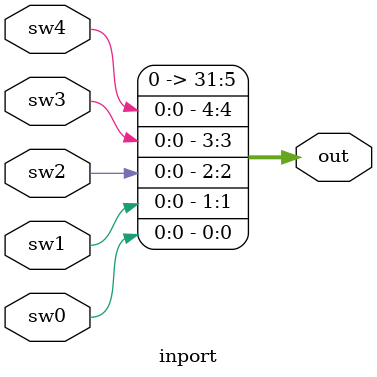
<source format=v>
module inport (sw4,sw3,sw2,sw1,sw0,out);
	input sw4,sw3,sw2,sw1,sw0;
	output [31:0] out;

	assign out[31:5] = 0;
	assign out[4] = sw4;
	assign out[3] = sw3;
	assign out[2] = sw2;
	assign out[1] = sw1;
	assign out[0] = sw0;
	
	
endmodule

</source>
